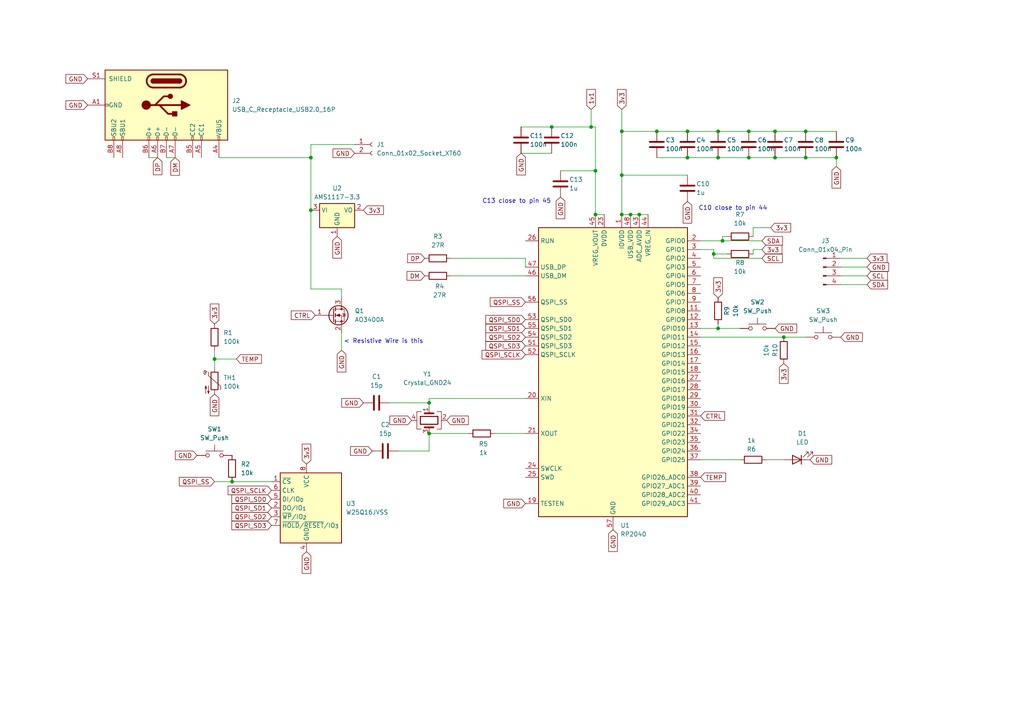
<source format=kicad_sch>
(kicad_sch (version 20250114) (generator "eeschema") (generator_version "9.0")
  (paper "A4")
  (lib_symbols
    (symbol "Connector:Conn_01x02_Socket" (pin_names (offset 1.016) (hide yes))
      (property "Reference" "J" (at 0 2.54 0))
      (property "Value" "Conn_01x02_Socket" (at 0 -5.08 0))
      (symbol "Conn_01x02_Socket_1_1"
        (polyline (pts (xy -1.27 0) (xy -0.508 0)) (stroke (width 0.1524)))
        (polyline (pts (xy -1.27 -2.54) (xy -0.508 -2.54)) (stroke (width 0.1524)))
        (arc (start 0 -0.508) (mid -0.5058 0) (end 0 0.508) (stroke (width 0.1524)))
        (arc (start 0 -3.048) (mid -0.5058 -2.54) (end 0 -2.032) (stroke (width 0.1524)))
        (pin passive line (at -5.08 0 0) (length 3.81) (name "Pin_1") (number "1"))
        (pin passive line (at -5.08 -2.54 0) (length 3.81) (name "Pin_2") (number "2"))
      )
    )
    (symbol "Connector:Conn_01x04_Pin" (pin_names (offset 1.016) (hide yes))
      (property "Reference" "J" (at 0 5.08 0))
      (property "Value" "Conn_01x04_Pin" (at 0 -7.62 0))
      (symbol "Conn_01x04_Pin_1_1"
        (rectangle (start 0.8636 2.667) (end 0 2.413) (stroke (width 0.1524)) (fill (type outline)))
        (rectangle (start 0.8636 0.127) (end 0 -0.127) (stroke (width 0.1524)) (fill (type outline)))
        (rectangle (start 0.8636 -2.413) (end 0 -2.667) (stroke (width 0.1524)) (fill (type outline)))
        (rectangle (start 0.8636 -4.953) (end 0 -5.207) (stroke (width 0.1524)) (fill (type outline)))
        (polyline (pts (xy 1.27 2.54) (xy 0.8636 2.54)) (stroke (width 0.1524)))
        (polyline (pts (xy 1.27 0) (xy 0.8636 0)) (stroke (width 0.1524)))
        (polyline (pts (xy 1.27 -2.54) (xy 0.8636 -2.54)) (stroke (width 0.1524)))
        (polyline (pts (xy 1.27 -5.08) (xy 0.8636 -5.08)) (stroke (width 0.1524)))
        (pin passive line (at 5.08 2.54 180) (length 3.81) (name "Pin_1") (number "1"))
        (pin passive line (at 5.08 0 180) (length 3.81) (name "Pin_2") (number "2"))
        (pin passive line (at 5.08 -2.54 180) (length 3.81) (name "Pin_3") (number "3"))
        (pin passive line (at 5.08 -5.08 180) (length 3.81) (name "Pin_4") (number "4"))
      )
    )
    (symbol "Connector:USB_C_Receptacle_USB2.0_16P" (pin_names (offset 1.016))
      (property "Reference" "J" (at 0 22.225 0))
      (property "Value" "USB_C_Receptacle_USB2.0_16P" (at 0 19.685 0))
      (symbol "USB_C_Receptacle_USB2.0_16P_0_0"
        (rectangle (start -0.254 -17.78) (end 0.254 -16.764))
        (rectangle (start 10.16 15.494) (end 9.144 14.986))
        (rectangle (start 10.16 10.414) (end 9.144 9.906))
        (rectangle (start 10.16 7.874) (end 9.144 7.366))
        (rectangle (start 10.16 2.794) (end 9.144 2.286))
        (rectangle (start 10.16 0.254) (end 9.144 -0.254))
        (rectangle (start 10.16 -2.286) (end 9.144 -2.794))
        (rectangle (start 10.16 -4.826) (end 9.144 -5.334))
        (rectangle (start 10.16 -12.446) (end 9.144 -12.954))
        (rectangle (start 10.16 -14.986) (end 9.144 -15.494))
      )
      (symbol "USB_C_Receptacle_USB2.0_16P_0_1"
        (rectangle (start -10.16 17.78) (end 10.16 -17.78) (stroke (width 0.254)) (fill (type background)))
        (polyline (pts (xy -8.89 -3.81) (xy -8.89 3.81)) (stroke (width 0.508)))
        (rectangle (start -7.62 -3.81) (end -6.35 3.81) (stroke (width 0.254)) (fill (type outline)))
        (arc (start -7.62 3.81) (mid -6.985 4.4423) (end -6.35 3.81) (stroke (width 0.254)))
        (arc (start -7.62 3.81) (mid -6.985 4.4423) (end -6.35 3.81) (stroke (width 0.254)) (fill (type outline)))
        (arc (start -8.89 3.81) (mid -6.985 5.7067) (end -5.08 3.81) (stroke (width 0.508)))
        (arc (start -5.08 -3.81) (mid -6.985 -5.7067) (end -8.89 -3.81) (stroke (width 0.508)))
        (arc (start -6.35 -3.81) (mid -6.985 -4.4423) (end -7.62 -3.81) (stroke (width 0.254)))
        (arc (start -6.35 -3.81) (mid -6.985 -4.4423) (end -7.62 -3.81) (stroke (width 0.254)) (fill (type outline)))
        (polyline (pts (xy -5.08 3.81) (xy -5.08 -3.81)) (stroke (width 0.508)))
        (circle (center -2.54 1.143) (radius 0.635) (stroke (width 0.254)) (fill (type outline)))
        (polyline (pts (xy -1.27 4.318) (xy 0 6.858) (xy 1.27 4.318) (xy -1.27 4.318)) (stroke (width 0.254)) (fill (type outline)))
        (polyline (pts (xy 0 -2.032) (xy 2.54 0.508) (xy 2.54 1.778)) (stroke (width 0.508)))
        (polyline (pts (xy 0 -3.302) (xy -2.54 -0.762) (xy -2.54 0.508)) (stroke (width 0.508)))
        (polyline (pts (xy 0 -5.842) (xy 0 4.318)) (stroke (width 0.508)))
        (circle (center 0 -5.842) (radius 1.27) (fill (type outline)))
        (rectangle (start 1.905 1.778) (end 3.175 3.048) (stroke (width 0.254)) (fill (type outline)))
      )
      (symbol "USB_C_Receptacle_USB2.0_16P_1_1"
        (pin passive line (at -7.62 -22.86 90) (length 5.08) (name "SHIELD") (number "S1"))
        (pin passive line (at 0 -22.86 90) (length 5.08) (name "GND") (number "A1"))
        (pin passive line (at 0 -22.86 90) (length 5.08) (hide yes) (name "GND") (number "A12"))
        (pin passive line (at 0 -22.86 90) (length 5.08) (hide yes) (name "GND") (number "B1"))
        (pin passive line (at 0 -22.86 90) (length 5.08) (hide yes) (name "GND") (number "B12"))
        (pin passive line (at 15.24 15.24 180) (length 5.08) (name "VBUS") (number "A4"))
        (pin passive line (at 15.24 15.24 180) (length 5.08) (hide yes) (name "VBUS") (number "A9"))
        (pin passive line (at 15.24 15.24 180) (length 5.08) (hide yes) (name "VBUS") (number "B4"))
        (pin passive line (at 15.24 15.24 180) (length 5.08) (hide yes) (name "VBUS") (number "B9"))
        (pin bidirectional line (at 15.24 10.16 180) (length 5.08) (name "CC1") (number "A5"))
        (pin bidirectional line (at 15.24 7.62 180) (length 5.08) (name "CC2") (number "B5"))
        (pin bidirectional line (at 15.24 2.54 180) (length 5.08) (name "D-") (number "A7"))
        (pin bidirectional line (at 15.24 0 180) (length 5.08) (name "D-") (number "B7"))
        (pin bidirectional line (at 15.24 -2.54 180) (length 5.08) (name "D+") (number "A6"))
        (pin bidirectional line (at 15.24 -5.08 180) (length 5.08) (name "D+") (number "B6"))
        (pin bidirectional line (at 15.24 -12.7 180) (length 5.08) (name "SBU1") (number "A8"))
        (pin bidirectional line (at 15.24 -15.24 180) (length 5.08) (name "SBU2") (number "B8"))
      )
    )
    (symbol "Device:C" (pin_numbers (hide yes)) (pin_names (offset 0.254))
      (property "Reference" "C" (at 0.635 2.54 0))
      (property "Value" "C" (at 0.635 -2.54 0))
      (symbol "C_0_1"
        (polyline (pts (xy -2.032 0.762) (xy 2.032 0.762)) (stroke (width 0.508)))
        (polyline (pts (xy -2.032 -0.762) (xy 2.032 -0.762)) (stroke (width 0.508)))
      )
      (symbol "C_1_1"
        (pin passive line (at 0 3.81 270) (length 2.794) (name "~") (number "1"))
        (pin passive line (at 0 -3.81 90) (length 2.794) (name "~") (number "2"))
      )
    )
    (symbol "Device:Crystal_GND24" (pin_names (offset 1.016) (hide yes))
      (property "Reference" "Y" (at 3.175 5.08 0))
      (property "Value" "Crystal_GND24" (at 3.175 3.175 0))
      (symbol "Crystal_GND24_0_1"
        (polyline (pts (xy -2.54 2.286) (xy -2.54 3.556) (xy 2.54 3.556) (xy 2.54 2.286)))
        (polyline (pts (xy -2.54 0) (xy -2.032 0)))
        (polyline (pts (xy -2.54 -2.286) (xy -2.54 -3.556) (xy 2.54 -3.556) (xy 2.54 -2.286)))
        (polyline (pts (xy -2.032 -1.27) (xy -2.032 1.27)) (stroke (width 0.508)))
        (rectangle (start -1.143 2.54) (end 1.143 -2.54) (stroke (width 0.3048)))
        (polyline (pts (xy 0 3.556) (xy 0 3.81)))
        (polyline (pts (xy 0 -3.81) (xy 0 -3.556)))
        (polyline (pts (xy 2.032 0) (xy 2.54 0)))
        (polyline (pts (xy 2.032 -1.27) (xy 2.032 1.27)) (stroke (width 0.508)))
      )
      (symbol "Crystal_GND24_1_1"
        (pin passive line (at -3.81 0 0) (length 1.27) (name "1") (number "1"))
        (pin passive line (at 0 5.08 270) (length 1.27) (name "2") (number "2"))
        (pin passive line (at 0 -5.08 90) (length 1.27) (name "4") (number "4"))
        (pin passive line (at 3.81 0 180) (length 1.27) (name "3") (number "3"))
      )
    )
    (symbol "Device:LED" (pin_numbers (hide yes)) (pin_names (offset 1.016) (hide yes))
      (property "Reference" "D" (at 0 2.54 0))
      (property "Value" "LED" (at 0 -2.54 0))
      (symbol "LED_0_1"
        (polyline (pts (xy -3.048 -0.762) (xy -4.572 -2.286) (xy -3.81 -2.286) (xy -4.572 -2.286) (xy -4.572 -1.524)))
        (polyline (pts (xy -1.778 -0.762) (xy -3.302 -2.286) (xy -2.54 -2.286) (xy -3.302 -2.286) (xy -3.302 -1.524)))
        (polyline (pts (xy -1.27 0) (xy 1.27 0)))
        (polyline (pts (xy -1.27 -1.27) (xy -1.27 1.27)) (stroke (width 0.254)))
        (polyline (pts (xy 1.27 -1.27) (xy 1.27 1.27) (xy -1.27 0) (xy 1.27 -1.27)) (stroke (width 0.254)))
      )
      (symbol "LED_1_1"
        (pin passive line (at -3.81 0 0) (length 2.54) (name "K") (number "1"))
        (pin passive line (at 3.81 0 180) (length 2.54) (name "A") (number "2"))
      )
    )
    (symbol "Device:R" (pin_numbers (hide yes)) (pin_names (offset 0))
      (property "Reference" "R" (at 2.032 0 90))
      (property "Value" "R" (at 0 0 90))
      (symbol "R_0_1"
        (rectangle (start -1.016 -2.54) (end 1.016 2.54) (stroke (width 0.254)))
      )
      (symbol "R_1_1"
        (pin passive line (at 0 3.81 270) (length 1.27) (name "~") (number "1"))
        (pin passive line (at 0 -3.81 90) (length 1.27) (name "~") (number "2"))
      )
    )
    (symbol "Device:Thermistor_NTC" (pin_numbers (hide yes)) (pin_names (offset 0))
      (property "Reference" "TH" (at -4.445 0 90))
      (property "Value" "Thermistor_NTC" (at 3.175 0 90))
      (symbol "Thermistor_NTC_0_1"
        (arc (start -3.175 2.413) (mid -3.0506 2.3165) (end -3.048 2.159))
        (arc (start -3.048 2.794) (mid -2.9736 2.9736) (end -2.794 3.048))
        (arc (start -2.794 3.048) (mid -2.6144 2.9736) (end -2.54 2.794))
        (arc (start -2.794 2.54) (mid -2.9736 2.6144) (end -3.048 2.794))
        (arc (start -2.794 1.905) (mid -2.9736 1.9794) (end -3.048 2.159))
        (arc (start -2.54 2.159) (mid -2.6144 1.9794) (end -2.794 1.905))
        (arc (start -2.159 2.794) (mid -2.434 2.5608) (end -2.794 2.54))
        (polyline (pts (xy -2.54 2.159) (xy -2.54 2.794)))
        (polyline (pts (xy -2.54 -3.683) (xy -2.54 -1.397) (xy -2.794 -2.159) (xy -2.286 -2.159) (xy -2.54 -1.397) (xy -2.54 -1.651)) (fill (type outline)))
        (polyline (pts (xy -1.778 2.54) (xy -1.778 1.524) (xy 1.778 -1.524) (xy 1.778 -2.54)))
        (polyline (pts (xy -1.778 -1.397) (xy -1.778 -3.683) (xy -2.032 -2.921) (xy -1.524 -2.921) (xy -1.778 -3.683) (xy -1.778 -3.429)) (fill (type outline)))
        (rectangle (start -1.016 2.54) (end 1.016 -2.54) (stroke (width 0.254)))
      )
      (symbol "Thermistor_NTC_1_1"
        (pin passive line (at 0 3.81 270) (length 1.27) (name "~") (number "1"))
        (pin passive line (at 0 -3.81 90) (length 1.27) (name "~") (number "2"))
      )
    )
    (symbol "MCU_RaspberryPi:RP2040"
      (property "Reference" "U" (at 17.78 45.72 0))
      (property "Value" "RP2040" (at 17.78 43.18 0))
      (symbol "RP2040_0_1"
        (rectangle (start -21.59 41.91) (end 21.59 -41.91) (stroke (width 0.254)) (fill (type background)))
      )
      (symbol "RP2040_1_1"
        (pin input line (at -25.4 38.1 0) (length 3.81) (name "RUN") (number "26"))
        (pin bidirectional line (at -25.4 30.48 0) (length 3.81) (name "USB_DP") (number "47"))
        (pin bidirectional line (at -25.4 27.94 0) (length 3.81) (name "USB_DM") (number "46"))
        (pin bidirectional line (at -25.4 20.32 0) (length 3.81) (name "QSPI_SS") (number "56"))
        (pin bidirectional line (at -25.4 15.24 0) (length 3.81) (name "QSPI_SD0") (number "53"))
        (pin bidirectional line (at -25.4 12.7 0) (length 3.81) (name "QSPI_SD1") (number "55"))
        (pin bidirectional line (at -25.4 10.16 0) (length 3.81) (name "QSPI_SD2") (number "54"))
        (pin bidirectional line (at -25.4 7.62 0) (length 3.81) (name "QSPI_SD3") (number "51"))
        (pin output line (at -25.4 5.08 0) (length 3.81) (name "QSPI_SCLK") (number "52"))
        (pin input line (at -25.4 -7.62 0) (length 3.81) (name "XIN") (number "20"))
        (pin passive line (at -25.4 -17.78 0) (length 3.81) (name "XOUT") (number "21"))
        (pin input line (at -25.4 -27.94 0) (length 3.81) (name "SWCLK") (number "24"))
        (pin bidirectional line (at -25.4 -30.48 0) (length 3.81) (name "SWD") (number "25"))
        (pin input line (at -25.4 -38.1 0) (length 3.81) (name "TESTEN") (number "19"))
        (pin power_out line (at -5.08 45.72 270) (length 3.81) (name "VREG_VOUT") (number "45"))
        (pin power_in line (at -2.54 45.72 270) (length 3.81) (name "DVDD") (number "23"))
        (pin passive line (at -2.54 45.72 270) (length 3.81) (hide yes) (name "DVDD") (number "50"))
        (pin power_in line (at 0 -45.72 90) (length 3.81) (name "GND") (number "57"))
        (pin power_in line (at 2.54 45.72 270) (length 3.81) (name "IOVDD") (number "1"))
        (pin passive line (at 2.54 45.72 270) (length 3.81) (hide yes) (name "IOVDD") (number "10"))
        (pin passive line (at 2.54 45.72 270) (length 3.81) (hide yes) (name "IOVDD") (number "22"))
        (pin passive line (at 2.54 45.72 270) (length 3.81) (hide yes) (name "IOVDD") (number "33"))
        (pin passive line (at 2.54 45.72 270) (length 3.81) (hide yes) (name "IOVDD") (number "42"))
        (pin passive line (at 2.54 45.72 270) (length 3.81) (hide yes) (name "IOVDD") (number "49"))
        (pin power_in line (at 5.08 45.72 270) (length 3.81) (name "USB_VDD") (number "48"))
        (pin power_in line (at 7.62 45.72 270) (length 3.81) (name "ADC_AVDD") (number "43"))
        (pin power_in line (at 10.16 45.72 270) (length 3.81) (name "VREG_IN") (number "44"))
        (pin bidirectional line (at 25.4 38.1 180) (length 3.81) (name "GPIO0") (number "2"))
        (pin bidirectional line (at 25.4 35.56 180) (length 3.81) (name "GPIO1") (number "3"))
        (pin bidirectional line (at 25.4 33.02 180) (length 3.81) (name "GPIO2") (number "4"))
        (pin bidirectional line (at 25.4 30.48 180) (length 3.81) (name "GPIO3") (number "5"))
        (pin bidirectional line (at 25.4 27.94 180) (length 3.81) (name "GPIO4") (number "6"))
        (pin bidirectional line (at 25.4 25.4 180) (length 3.81) (name "GPIO5") (number "7"))
        (pin bidirectional line (at 25.4 22.86 180) (length 3.81) (name "GPIO6") (number "8"))
        (pin bidirectional line (at 25.4 20.32 180) (length 3.81) (name "GPIO7") (number "9"))
        (pin bidirectional line (at 25.4 17.78 180) (length 3.81) (name "GPIO8") (number "11"))
        (pin bidirectional line (at 25.4 15.24 180) (length 3.81) (name "GPIO9") (number "12"))
        (pin bidirectional line (at 25.4 12.7 180) (length 3.81) (name "GPIO10") (number "13"))
        (pin bidirectional line (at 25.4 10.16 180) (length 3.81) (name "GPIO11") (number "14"))
        (pin bidirectional line (at 25.4 7.62 180) (length 3.81) (name "GPIO12") (number "15"))
        (pin bidirectional line (at 25.4 5.08 180) (length 3.81) (name "GPIO13") (number "16"))
        (pin bidirectional line (at 25.4 2.54 180) (length 3.81) (name "GPIO14") (number "17"))
        (pin bidirectional line (at 25.4 0 180) (length 3.81) (name "GPIO15") (number "18"))
        (pin bidirectional line (at 25.4 -2.54 180) (length 3.81) (name "GPIO16") (number "27"))
        (pin bidirectional line (at 25.4 -5.08 180) (length 3.81) (name "GPIO17") (number "28"))
        (pin bidirectional line (at 25.4 -7.62 180) (length 3.81) (name "GPIO18") (number "29"))
        (pin bidirectional line (at 25.4 -10.16 180) (length 3.81) (name "GPIO19") (number "30"))
        (pin bidirectional line (at 25.4 -12.7 180) (length 3.81) (name "GPIO20") (number "31"))
        (pin bidirectional line (at 25.4 -15.24 180) (length 3.81) (name "GPIO21") (number "32"))
        (pin bidirectional line (at 25.4 -17.78 180) (length 3.81) (name "GPIO22") (number "34"))
        (pin bidirectional line (at 25.4 -20.32 180) (length 3.81) (name "GPIO23") (number "35"))
        (pin bidirectional line (at 25.4 -22.86 180) (length 3.81) (name "GPIO24") (number "36"))
        (pin bidirectional line (at 25.4 -25.4 180) (length 3.81) (name "GPIO25") (number "37"))
        (pin bidirectional line (at 25.4 -30.48 180) (length 3.81) (name "GPIO26_ADC0") (number "38"))
        (pin bidirectional line (at 25.4 -33.02 180) (length 3.81) (name "GPIO27_ADC1") (number "39"))
        (pin bidirectional line (at 25.4 -35.56 180) (length 3.81) (name "GPIO28_ADC2") (number "40"))
        (pin bidirectional line (at 25.4 -38.1 180) (length 3.81) (name "GPIO29_ADC3") (number "41"))
      )
    )
    (symbol "Memory_Flash:W25Q16JVSS"
      (property "Reference" "U" (at -6.35 11.43 0))
      (property "Value" "W25Q16JVSS" (at 7.62 11.43 0))
      (symbol "W25Q16JVSS_0_1"
        (rectangle (start -7.62 10.16) (end 10.16 -10.16) (stroke (width 0.254)) (fill (type background)))
      )
      (symbol "W25Q16JVSS_1_1"
        (pin input line (at -10.16 7.62 0) (length 2.54) (name "~{CS}") (number "1"))
        (pin input line (at -10.16 5.08 0) (length 2.54) (name "CLK") (number "6"))
        (pin bidirectional line (at -10.16 2.54 0) (length 2.54) (name "DI/IO_{0}") (number "5"))
        (pin bidirectional line (at -10.16 0 0) (length 2.54) (name "DO/IO_{1}") (number "2"))
        (pin bidirectional line (at -10.16 -2.54 0) (length 2.54) (name "~{WP}/IO_{2}") (number "3"))
        (pin bidirectional line (at -10.16 -5.08 0) (length 2.54) (name "~{HOLD}/~{RESET}/IO_{3}") (number "7"))
        (pin power_in line (at 0 12.7 270) (length 2.54) (name "VCC") (number "8"))
        (pin power_in line (at 0 -12.7 90) (length 2.54) (name "GND") (number "4"))
      )
    )
    (symbol "Regulator_Linear:AMS1117-3.3"
      (property "Reference" "U" (at -3.81 3.175 0))
      (property "Value" "AMS1117-3.3" (at 0 3.175 0))
      (symbol "AMS1117-3.3_0_1"
        (rectangle (start -5.08 -5.08) (end 5.08 1.905) (stroke (width 0.254)) (fill (type background)))
      )
      (symbol "AMS1117-3.3_1_1"
        (pin power_in line (at -7.62 0 0) (length 2.54) (name "VI") (number "3"))
        (pin power_in line (at 0 -7.62 90) (length 2.54) (name "GND") (number "1"))
        (pin power_out line (at 7.62 0 180) (length 2.54) (name "VO") (number "2"))
      )
    )
    (symbol "Switch:SW_Push" (pin_numbers (hide yes)) (pin_names (offset 1.016) (hide yes))
      (property "Reference" "SW" (at 1.27 2.54 0))
      (property "Value" "SW_Push" (at 0 -1.524 0))
      (symbol "SW_Push_0_1"
        (circle (center -2.032 0) (radius 0.508))
        (polyline (pts (xy 0 1.27) (xy 0 3.048)))
        (circle (center 2.032 0) (radius 0.508))
        (polyline (pts (xy 2.54 1.27) (xy -2.54 1.27)))
        (pin passive line (at -5.08 0 0) (length 2.54) (name "1") (number "1"))
        (pin passive line (at 5.08 0 180) (length 2.54) (name "2") (number "2"))
      )
    )
    (symbol "Transistor_FET:AO3400A" (pin_names (hide yes))
      (property "Reference" "Q" (at 5.08 1.905 0))
      (property "Value" "AO3400A" (at 5.08 0 0))
      (symbol "AO3400A_0_1"
        (polyline (pts (xy 0.254 1.905) (xy 0.254 -1.905)) (stroke (width 0.254)))
        (polyline (pts (xy 0.254 0) (xy -2.54 0)))
        (polyline (pts (xy 0.762 2.286) (xy 0.762 1.27)) (stroke (width 0.254)))
        (polyline (pts (xy 0.762 0.508) (xy 0.762 -0.508)) (stroke (width 0.254)))
        (polyline (pts (xy 0.762 -1.27) (xy 0.762 -2.286)) (stroke (width 0.254)))
        (polyline (pts (xy 0.762 -1.778) (xy 3.302 -1.778) (xy 3.302 1.778) (xy 0.762 1.778)))
        (polyline (pts (xy 1.016 0) (xy 2.032 0.381) (xy 2.032 -0.381) (xy 1.016 0)) (fill (type outline)))
        (circle (center 1.651 0) (radius 2.794) (stroke (width 0.254)))
        (polyline (pts (xy 2.54 2.54) (xy 2.54 1.778)))
        (circle (center 2.54 1.778) (radius 0.254) (fill (type outline)))
        (circle (center 2.54 -1.778) (radius 0.254) (fill (type outline)))
        (polyline (pts (xy 2.54 -2.54) (xy 2.54 0) (xy 0.762 0)))
        (polyline (pts (xy 2.794 0.508) (xy 2.921 0.381) (xy 3.683 0.381) (xy 3.81 0.254)))
        (polyline (pts (xy 3.302 0.381) (xy 2.921 -0.254) (xy 3.683 -0.254) (xy 3.302 0.381)))
      )
      (symbol "AO3400A_1_1"
        (pin input line (at -5.08 0 0) (length 2.54) (name "G") (number "1"))
        (pin passive line (at 2.54 5.08 270) (length 2.54) (name "D") (number "3"))
        (pin passive line (at 2.54 -5.08 90) (length 2.54) (name "S") (number "2"))
      )
    )
  )
  (text "C13 close to pin 45\n" (at 149.86 58.42 0) (effects (font (size 1.27 1.27))))
  (text "C10 close to pin 44\n" (at 212.598 60.452 0) (effects (font (size 1.27 1.27))))
  (text "< Resistive Wire is this" (at 111.252 99.06 0) (effects (font (size 1.27 1.27))))
  (junction (at 90.17 45.72))
  (junction (at 180.34 62.23))
  (junction (at 124.46 125.73))
  (junction (at 180.34 38.1))
  (junction (at 233.68 38.1))
  (junction (at 172.72 62.23))
  (junction (at 217.17 38.1))
  (junction (at 180.34 50.8))
  (junction (at 90.17 60.96))
  (junction (at 207.01 73.66))
  (junction (at 67.31 139.7))
  (junction (at 208.28 38.1))
  (junction (at 62.23 104.14))
  (junction (at 199.39 38.1))
  (junction (at 124.46 116.84))
  (junction (at 185.42 62.23))
  (junction (at 208.28 45.72))
  (junction (at 182.88 62.23))
  (junction (at 208.28 95.25))
  (junction (at 171.45 36.83))
  (junction (at 160.02 36.83))
  (junction (at 190.5 38.1))
  (junction (at 217.17 45.72))
  (junction (at 172.72 49.53))
  (junction (at 209.55 69.85))
  (junction (at 242.57 45.72))
  (junction (at 227.33 97.79))
  (junction (at 224.79 38.1))
  (junction (at 224.79 45.72))
  (junction (at 233.68 45.72))
  (junction (at 199.39 45.72))
  (wire (pts (xy 243.84 77.47) (xy 251.46 77.47)))
  (wire (pts (xy 135.89 125.73) (xy 124.46 125.73)))
  (wire (pts (xy 160.02 36.83) (xy 171.45 36.83)))
  (wire (pts (xy 180.34 50.8) (xy 180.34 62.23)))
  (wire (pts (xy 185.42 62.23) (xy 187.96 62.23)))
  (wire (pts (xy 203.2 97.79) (xy 227.33 97.79)))
  (wire (pts (xy 62.23 101.6) (xy 62.23 104.14)))
  (wire (pts (xy 124.46 125.73) (xy 124.46 130.81)))
  (wire (pts (xy 190.5 38.1) (xy 199.39 38.1)))
  (wire (pts (xy 207.01 74.93) (xy 207.01 73.66)))
  (wire (pts (xy 180.34 38.1) (xy 180.34 50.8)))
  (wire (pts (xy 224.79 45.72) (xy 233.68 45.72)))
  (wire (pts (xy 207.01 72.39) (xy 203.2 72.39)))
  (wire (pts (xy 62.23 104.14) (xy 68.58 104.14)))
  (wire (pts (xy 203.2 95.25) (xy 208.28 95.25)))
  (wire (pts (xy 151.13 36.83) (xy 160.02 36.83)))
  (wire (pts (xy 190.5 45.72) (xy 199.39 45.72)))
  (wire (pts (xy 180.34 38.1) (xy 190.5 38.1)))
  (wire (pts (xy 172.72 62.23) (xy 175.26 62.23)))
  (wire (pts (xy 242.57 45.72) (xy 242.57 48.26)))
  (wire (pts (xy 217.17 38.1) (xy 224.79 38.1)))
  (wire (pts (xy 243.84 74.93) (xy 251.46 74.93)))
  (wire (pts (xy 151.13 44.45) (xy 160.02 44.45)))
  (wire (pts (xy 209.55 69.85) (xy 203.2 69.85)))
  (wire (pts (xy 203.2 133.35) (xy 214.63 133.35)))
  (wire (pts (xy 99.06 83.82) (xy 99.06 86.36)))
  (wire (pts (xy 124.46 116.84) (xy 124.46 115.57)))
  (wire (pts (xy 90.17 45.72) (xy 90.17 60.96)))
  (wire (pts (xy 102.87 41.91) (xy 90.17 41.91)))
  (wire (pts (xy 207.01 73.66) (xy 210.82 73.66)))
  (wire (pts (xy 152.4 74.93) (xy 152.4 77.47)))
  (wire (pts (xy 180.34 62.23) (xy 182.88 62.23)))
  (wire (pts (xy 220.98 69.85) (xy 209.55 69.85)))
  (wire (pts (xy 172.72 49.53) (xy 172.72 62.23)))
  (wire (pts (xy 124.46 115.57) (xy 152.4 115.57)))
  (wire (pts (xy 243.84 80.01) (xy 251.46 80.01)))
  (wire (pts (xy 113.03 116.84) (xy 124.46 116.84)))
  (wire (pts (xy 62.23 139.7) (xy 67.31 139.7)))
  (wire (pts (xy 182.88 62.23) (xy 185.42 62.23)))
  (wire (pts (xy 90.17 60.96) (xy 90.17 83.82)))
  (wire (pts (xy 208.28 93.98) (xy 208.28 95.25)))
  (wire (pts (xy 67.31 139.7) (xy 78.74 139.7)))
  (wire (pts (xy 210.82 68.58) (xy 209.55 68.58)))
  (wire (pts (xy 218.44 72.39) (xy 218.44 73.66)))
  (wire (pts (xy 208.28 45.72) (xy 217.17 45.72)))
  (wire (pts (xy 223.52 66.04) (xy 218.44 66.04)))
  (wire (pts (xy 222.25 133.35) (xy 227.33 133.35)))
  (wire (pts (xy 172.72 36.83) (xy 172.72 49.53)))
  (wire (pts (xy 224.79 38.1) (xy 233.68 38.1)))
  (wire (pts (xy 130.81 80.01) (xy 152.4 80.01)))
  (wire (pts (xy 63.5 45.72) (xy 90.17 45.72)))
  (wire (pts (xy 220.98 74.93) (xy 207.01 74.93)))
  (wire (pts (xy 209.55 68.58) (xy 209.55 69.85)))
  (wire (pts (xy 62.23 104.14) (xy 62.23 106.68)))
  (wire (pts (xy 233.68 38.1) (xy 242.57 38.1)))
  (wire (pts (xy 143.51 125.73) (xy 152.4 125.73)))
  (wire (pts (xy 90.17 83.82) (xy 99.06 83.82)))
  (wire (pts (xy 233.68 45.72) (xy 242.57 45.72)))
  (wire (pts (xy 217.17 45.72) (xy 224.79 45.72)))
  (wire (pts (xy 199.39 45.72) (xy 208.28 45.72)))
  (wire (pts (xy 218.44 66.04) (xy 218.44 68.58)))
  (wire (pts (xy 180.34 31.75) (xy 180.34 38.1)))
  (wire (pts (xy 162.56 49.53) (xy 172.72 49.53)))
  (wire (pts (xy 99.06 96.52) (xy 99.06 101.6)))
  (wire (pts (xy 208.28 95.25) (xy 214.63 95.25)))
  (wire (pts (xy 208.28 38.1) (xy 217.17 38.1)))
  (wire (pts (xy 243.84 82.55) (xy 251.46 82.55)))
  (wire (pts (xy 171.45 36.83) (xy 172.72 36.83)))
  (wire (pts (xy 227.33 97.79) (xy 233.68 97.79)))
  (wire (pts (xy 48.26 45.72) (xy 50.8 45.72)))
  (wire (pts (xy 130.81 74.93) (xy 152.4 74.93)))
  (wire (pts (xy 199.39 38.1) (xy 208.28 38.1)))
  (wire (pts (xy 207.01 73.66) (xy 207.01 72.39)))
  (wire (pts (xy 124.46 116.84) (xy 124.46 118.11)))
  (wire (pts (xy 43.18 45.72) (xy 45.72 45.72)))
  (wire (pts (xy 124.46 130.81) (xy 115.57 130.81)))
  (wire (pts (xy 180.34 50.8) (xy 199.39 50.8)))
  (wire (pts (xy 220.98 72.39) (xy 218.44 72.39)))
  (wire (pts (xy 171.45 31.75) (xy 171.45 36.83)))
  (wire (pts (xy 90.17 41.91) (xy 90.17 45.72)))
  (global_label "GND" (shape input) (at 151.13 44.45 270) (property "Intersheetrefs" "${INTERSHEET_REFS}" (effects (hide yes))))
  (global_label "GND" (shape input) (at 119.38 121.92 180) (property "Intersheetrefs" "${INTERSHEET_REFS}" (effects (hide yes))))
  (global_label "DP" (shape input) (at 123.19 74.93 180) (property "Intersheetrefs" "${INTERSHEET_REFS}" (effects (hide yes))))
  (global_label "TEMP" (shape input) (at 203.2 138.43 0) (property "Intersheetrefs" "${INTERSHEET_REFS}" (effects (hide yes))))
  (global_label "3v3" (shape input) (at 62.23 93.98 90) (property "Intersheetrefs" "${INTERSHEET_REFS}" (effects (hide yes))))
  (global_label "GND" (shape input) (at 162.56 57.15 270) (property "Intersheetrefs" "${INTERSHEET_REFS}" (effects (hide yes))))
  (global_label "GND" (shape input) (at 152.4 146.05 180) (property "Intersheetrefs" "${INTERSHEET_REFS}" (effects (hide yes))))
  (global_label "DM" (shape input) (at 50.8 45.72 270) (property "Intersheetrefs" "${INTERSHEET_REFS}" (effects (hide yes))))
  (global_label "QSPI_SD1" (shape input) (at 78.74 147.32 180) (property "Intersheetrefs" "${INTERSHEET_REFS}" (effects (hide yes))))
  (global_label "QSPI_SD2" (shape input) (at 152.4 97.79 180) (property "Intersheetrefs" "${INTERSHEET_REFS}" (effects (hide yes))))
  (global_label "QSPI_SD0" (shape input) (at 152.4 92.71 180) (property "Intersheetrefs" "${INTERSHEET_REFS}" (effects (hide yes))))
  (global_label "QSPI_SD0" (shape input) (at 78.74 144.78 180) (property "Intersheetrefs" "${INTERSHEET_REFS}" (effects (hide yes))))
  (global_label "DP" (shape input) (at 45.72 45.72 270) (property "Intersheetrefs" "${INTERSHEET_REFS}" (effects (hide yes))))
  (global_label "GND" (shape input) (at 62.23 114.3 270) (property "Intersheetrefs" "${INTERSHEET_REFS}" (effects (hide yes))))
  (global_label "GND" (shape input) (at 25.4 30.48 180) (property "Intersheetrefs" "${INTERSHEET_REFS}" (effects (hide yes))))
  (global_label "QSPI_SD2" (shape input) (at 78.74 149.86 180) (property "Intersheetrefs" "${INTERSHEET_REFS}" (effects (hide yes))))
  (global_label "SCL" (shape input) (at 220.98 74.93 0) (property "Intersheetrefs" "${INTERSHEET_REFS}" (effects (hide yes))))
  (global_label "GND" (shape input) (at 107.95 130.81 180) (property "Intersheetrefs" "${INTERSHEET_REFS}" (effects (hide yes))))
  (global_label "SCL" (shape input) (at 251.46 80.01 0) (property "Intersheetrefs" "${INTERSHEET_REFS}" (effects (hide yes))))
  (global_label "QSPI_SD3" (shape input) (at 78.74 152.4 180) (property "Intersheetrefs" "${INTERSHEET_REFS}" (effects (hide yes))))
  (global_label "QSPI_SCLK" (shape input) (at 78.74 142.24 180) (property "Intersheetrefs" "${INTERSHEET_REFS}" (effects (hide yes))))
  (global_label "GND" (shape input) (at 102.87 44.45 180) (property "Intersheetrefs" "${INTERSHEET_REFS}" (effects (hide yes))))
  (global_label "QSPI_SD1" (shape input) (at 152.4 95.25 180) (property "Intersheetrefs" "${INTERSHEET_REFS}" (effects (hide yes))))
  (global_label "QSPI_SCLK" (shape input) (at 152.4 102.87 180) (property "Intersheetrefs" "${INTERSHEET_REFS}" (effects (hide yes))))
  (global_label "GND" (shape input) (at 177.8 153.67 270) (property "Intersheetrefs" "${INTERSHEET_REFS}" (effects (hide yes))))
  (global_label "3v3" (shape input) (at 227.33 105.41 270) (property "Intersheetrefs" "${INTERSHEET_REFS}" (effects (hide yes))))
  (global_label "QSPI_SD3" (shape input) (at 152.4 100.33 180) (property "Intersheetrefs" "${INTERSHEET_REFS}" (effects (hide yes))))
  (global_label "3v3" (shape input) (at 251.46 74.93 0) (property "Intersheetrefs" "${INTERSHEET_REFS}" (effects (hide yes))))
  (global_label "3v3" (shape input) (at 88.9 134.62 90) (property "Intersheetrefs" "${INTERSHEET_REFS}" (effects (hide yes))))
  (global_label "QSPI_SS" (shape input) (at 152.4 87.63 180) (property "Intersheetrefs" "${INTERSHEET_REFS}" (effects (hide yes))))
  (global_label "1v1" (shape input) (at 171.45 31.75 90) (property "Intersheetrefs" "${INTERSHEET_REFS}" (effects (hide yes))))
  (global_label "CTRL" (shape input) (at 203.2 120.65 0) (property "Intersheetrefs" "${INTERSHEET_REFS}" (effects (hide yes))))
  (global_label "GND" (shape input) (at 129.54 121.92 0) (property "Intersheetrefs" "${INTERSHEET_REFS}" (effects (hide yes))))
  (global_label "GND" (shape input) (at 243.84 97.79 0) (property "Intersheetrefs" "${INTERSHEET_REFS}" (effects (hide yes))))
  (global_label "3v3" (shape input) (at 105.41 60.96 0) (property "Intersheetrefs" "${INTERSHEET_REFS}" (effects (hide yes))))
  (global_label "GND" (shape input) (at 57.15 132.08 180) (property "Intersheetrefs" "${INTERSHEET_REFS}" (effects (hide yes))))
  (global_label "3v3" (shape input) (at 208.28 86.36 90) (property "Intersheetrefs" "${INTERSHEET_REFS}" (effects (hide yes))))
  (global_label "GND" (shape input) (at 97.79 68.58 270) (property "Intersheetrefs" "${INTERSHEET_REFS}" (effects (hide yes))))
  (global_label "GND" (shape input) (at 25.4 22.86 180) (property "Intersheetrefs" "${INTERSHEET_REFS}" (effects (hide yes))))
  (global_label "3v3" (shape input) (at 223.52 66.04 0) (property "Intersheetrefs" "${INTERSHEET_REFS}" (effects (hide yes))))
  (global_label "GND" (shape input) (at 105.41 116.84 180) (property "Intersheetrefs" "${INTERSHEET_REFS}" (effects (hide yes))))
  (global_label "GND" (shape input) (at 242.57 48.26 270) (property "Intersheetrefs" "${INTERSHEET_REFS}" (effects (hide yes))))
  (global_label "3v3" (shape input) (at 220.98 72.39 0) (property "Intersheetrefs" "${INTERSHEET_REFS}" (effects (hide yes))))
  (global_label "3v3" (shape input) (at 180.34 31.75 90) (property "Intersheetrefs" "${INTERSHEET_REFS}" (effects (hide yes))))
  (global_label "TEMP" (shape input) (at 68.58 104.14 0) (property "Intersheetrefs" "${INTERSHEET_REFS}" (effects (hide yes))))
  (global_label "CTRL" (shape input) (at 91.44 91.44 180) (property "Intersheetrefs" "${INTERSHEET_REFS}" (effects (hide yes))))
  (global_label "GND" (shape input) (at 251.46 77.47 0) (property "Intersheetrefs" "${INTERSHEET_REFS}" (effects (hide yes))))
  (global_label "GND" (shape input) (at 234.95 133.35 0) (property "Intersheetrefs" "${INTERSHEET_REFS}" (effects (hide yes))))
  (global_label "SDA" (shape input) (at 251.46 82.55 0) (property "Intersheetrefs" "${INTERSHEET_REFS}" (effects (hide yes))))
  (global_label "QSPI_SS" (shape input) (at 62.23 139.7 180) (property "Intersheetrefs" "${INTERSHEET_REFS}" (effects (hide yes))))
  (global_label "GND" (shape input) (at 88.9 160.02 270) (property "Intersheetrefs" "${INTERSHEET_REFS}" (effects (hide yes))))
  (global_label "GND" (shape input) (at 99.06 101.6 270) (property "Intersheetrefs" "${INTERSHEET_REFS}" (effects (hide yes))))
  (global_label "SDA" (shape input) (at 220.98 69.85 0) (property "Intersheetrefs" "${INTERSHEET_REFS}" (effects (hide yes))))
  (global_label "GND" (shape input) (at 224.79 95.25 0) (property "Intersheetrefs" "${INTERSHEET_REFS}" (effects (hide yes))))
  (global_label "GND" (shape input) (at 199.39 58.42 270) (property "Intersheetrefs" "${INTERSHEET_REFS}" (effects (hide yes))))
  (global_label "DM" (shape input) (at 123.19 80.01 180) (property "Intersheetrefs" "${INTERSHEET_REFS}" (effects (hide yes))))
  (symbol (lib_id "Switch:SW_Push") (at 238.76 97.79 0) (unit 1)
    (property "Reference" "SW3" (at 238.76 90.17 0))
    (property "Value" "SW_Push" (at 238.76 92.71 0))
    (property "Description" "Push button switch, generic, two pins" (effects (hide yes)))
  )
  (symbol (lib_id "Device:R") (at 208.28 90.17 180) (unit 1)
    (property "Reference" "R9" (at 210.82 90.17 90))
    (property "Value" "10k" (at 213.36 90.17 90))
    (property "Description" "Resistor" (effects (hide yes)))
  )
  (symbol (lib_id "Connector:Conn_01x02_Socket") (at 107.95 41.91 0) (unit 1)
    (property "Reference" "J1" (at 109.22 41.9099 0) (effects (justify left)))
    (property "Value" "Conn_01x02_Socket_XT60" (at 109.22 44.4499 0) (effects (justify left)))
    (property "Description" "Generic connector, single row, 01x02, script generated" (effects (hide yes)))
  )
  (symbol (lib_id "Device:R") (at 214.63 68.58 90) (unit 1)
    (property "Reference" "R7" (at 214.63 62.23 90))
    (property "Value" "10k" (at 214.63 64.77 90))
    (property "Description" "Resistor" (effects (hide yes)))
  )
  (symbol (lib_id "Device:C") (at 217.17 41.91 180) (unit 1)
    (property "Reference" "C6" (at 219.71 40.64 0) (effects (justify right)))
    (property "Value" "100n" (at 219.71 43.18 0) (effects (justify right)))
    (property "Description" "Unpolarized capacitor" (effects (hide yes)))
  )
  (symbol (lib_id "Connector:USB_C_Receptacle_USB2.0_16P") (at 48.26 30.48 270) (unit 1)
    (property "Reference" "J2" (at 67.31 29.2099 90) (effects (justify left)))
    (property "Value" "USB_C_Receptacle_USB2.0_16P" (at 67.31 31.7499 90) (effects (justify left)))
    (property "Datasheet" "https://www.usb.org/sites/default/files/documents/usb_type-c.zip" (effects (hide yes)))
    (property "Description" "USB 2.0-only 16P Type-C Receptacle connector" (effects (hide yes)))
  )
  (symbol (lib_id "Device:C") (at 151.13 40.64 180) (unit 1)
    (property "Reference" "C11" (at 153.67 39.37 0) (effects (justify right)))
    (property "Value" "100n" (at 153.67 41.91 0) (effects (justify right)))
    (property "Description" "Unpolarized capacitor" (effects (hide yes)))
  )
  (symbol (lib_id "Device:C") (at 160.02 40.64 180) (unit 1)
    (property "Reference" "C12" (at 162.56 39.37 0) (effects (justify right)))
    (property "Value" "100n" (at 162.56 41.91 0) (effects (justify right)))
    (property "Description" "Unpolarized capacitor" (effects (hide yes)))
  )
  (symbol (lib_id "Connector:Conn_01x04_Pin") (at 238.76 77.47 0) (unit 1)
    (property "Reference" "J3" (at 239.395 69.85 0))
    (property "Value" "Conn_01x04_Pin" (at 239.395 72.39 0))
    (property "Description" "Generic connector, single row, 01x04, script generated" (effects (hide yes)))
  )
  (symbol (lib_id "Device:Crystal_GND24") (at 124.46 121.92 270) (unit 1)
    (property "Reference" "Y1" (at 123.952 108.458 90))
    (property "Value" "Crystal_GND24" (at 123.952 110.998 90))
    (property "Description" "Four pin crystal, GND on pins 2 and 4" (effects (hide yes)))
  )
  (symbol (lib_id "Regulator_Linear:AMS1117-3.3") (at 97.79 60.96 0) (unit 1)
    (property "Reference" "U2" (at 97.79 54.61 0))
    (property "Value" "AMS1117-3.3" (at 97.79 57.15 0))
    (property "Footprint" "Package_TO_SOT_SMD:SOT-223-3_TabPin2" (effects (hide yes)))
    (property "Datasheet" "http://www.advanced-monolithic.com/pdf/ds1117.pdf" (effects (hide yes)))
    (property "Description" "1A Low Dropout regulator, positive, 3.3V fixed output, SOT-223" (effects (hide yes)))
  )
  (symbol (lib_id "Device:C") (at 199.39 41.91 180) (unit 1)
    (property "Reference" "C4" (at 201.93 40.64 0) (effects (justify right)))
    (property "Value" "100n" (at 201.93 43.18 0) (effects (justify right)))
    (property "Description" "Unpolarized capacitor" (effects (hide yes)))
  )
  (symbol (lib_id "Device:C") (at 111.76 130.81 90) (unit 1)
    (property "Reference" "C2" (at 111.76 123.19 90))
    (property "Value" "15p" (at 111.76 125.73 90))
    (property "Description" "Unpolarized capacitor" (effects (hide yes)))
  )
  (symbol (lib_id "MCU_RaspberryPi:RP2040") (at 177.8 107.95 0) (unit 1)
    (property "Reference" "U1" (at 179.9433 152.4 0) (effects (justify left)))
    (property "Value" "RP2040" (at 179.9433 154.94 0) (effects (justify left)))
    (property "Footprint" "Package_DFN_QFN:QFN-56-1EP_7x7mm_P0.4mm_EP3.2x3.2mm" (effects (hide yes)))
    (property "Datasheet" "https://datasheets.raspberrypi.com/rp2040/rp2040-datasheet.pdf" (effects (hide yes)))
    (property "Description" "A microcontroller by Raspberry Pi" (effects (hide yes)))
  )
  (symbol (lib_id "Device:C") (at 233.68 41.91 180) (unit 1)
    (property "Reference" "C8" (at 236.22 40.64 0) (effects (justify right)))
    (property "Value" "100n" (at 236.22 43.18 0) (effects (justify right)))
    (property "Description" "Unpolarized capacitor" (effects (hide yes)))
  )
  (symbol (lib_id "Transistor_FET:AO3400A") (at 96.52 91.44 0) (unit 1)
    (property "Reference" "Q1" (at 102.87 90.1699 0) (effects (justify left)))
    (property "Value" "AO3400A" (at 102.87 92.7099 0) (effects (justify left)))
    (property "Footprint" "Package_TO_SOT_SMD:SOT-23" (effects (hide yes)))
    (property "Datasheet" "http://www.aosmd.com/pdfs/datasheet/AO3400A.pdf" (effects (hide yes)))
    (property "Description" "30V Vds, 5.7A Id, N-Channel MOSFET, SOT-23" (effects (hide yes)))
  )
  (symbol (lib_id "Device:C") (at 224.79 41.91 180) (unit 1)
    (property "Reference" "C7" (at 227.33 40.64 0) (effects (justify right)))
    (property "Value" "100n" (at 227.33 43.18 0) (effects (justify right)))
    (property "Description" "Unpolarized capacitor" (effects (hide yes)))
  )
  (symbol (lib_id "Device:R") (at 67.31 135.89 0) (unit 1)
    (property "Reference" "R2" (at 69.85 134.6199 0) (effects (justify left)))
    (property "Value" "10k" (at 69.85 137.1599 0) (effects (justify left)))
    (property "Description" "Resistor" (effects (hide yes)))
  )
  (symbol (lib_id "Device:R") (at 127 80.01 90) (unit 1)
    (property "Reference" "R4" (at 127.508 83.058 90))
    (property "Value" "27R" (at 127.508 85.598 90))
    (property "Description" "Resistor" (effects (hide yes)))
  )
  (symbol (lib_id "Device:Thermistor_NTC") (at 62.23 110.49 0) (unit 1)
    (property "Reference" "TH1" (at 64.77 109.5374 0) (effects (justify left)))
    (property "Value" "100k" (at 64.77 112.0774 0) (effects (justify left)))
    (property "Description" "Temperature dependent resistor, negative temperature coefficient" (effects (hide yes)))
  )
  (symbol (lib_id "Device:C") (at 208.28 41.91 180) (unit 1)
    (property "Reference" "C5" (at 210.82 40.64 0) (effects (justify right)))
    (property "Value" "100n" (at 210.82 43.18 0) (effects (justify right)))
    (property "Description" "Unpolarized capacitor" (effects (hide yes)))
  )
  (symbol (lib_id "Memory_Flash:W25Q16JVSS") (at 88.9 147.32 0) (unit 1)
    (property "Reference" "U3" (at 100.33 146.0499 0) (effects (justify left)))
    (property "Value" "W25Q16JVSS" (at 100.33 148.5899 0) (effects (justify left)))
    (property "Footprint" "Package_SO:SOIC-8_5.3x5.3mm_P1.27mm" (effects (hide yes)))
    (property "Datasheet" "https://www.winbond.com/hq/support/documentation/levelOne.jsp?__locale=en&DocNo=DA00-W25Q16JV.1" (effects (hide yes)))
    (property "Description" "16Mbit / 2MiB Serial Flash Memory, Standard/Dual/Quad SPI, 2.7-3.6V, SOIC-8 (208 mil)" (effects (hide yes)))
  )
  (symbol (lib_id "Device:C") (at 162.56 53.34 180) (unit 1)
    (property "Reference" "C13" (at 165.1 52.07 0) (effects (justify right)))
    (property "Value" "1u" (at 165.1 54.61 0) (effects (justify right)))
    (property "Description" "Unpolarized capacitor" (effects (hide yes)))
  )
  (symbol (lib_id "Device:R") (at 139.7 125.73 90) (unit 1)
    (property "Reference" "R5" (at 140.208 128.778 90))
    (property "Value" "1k" (at 140.208 131.318 90))
    (property "Description" "Resistor" (effects (hide yes)))
  )
  (symbol (lib_id "Switch:SW_Push") (at 219.71 95.25 0) (unit 1)
    (property "Reference" "SW2" (at 219.71 87.63 0))
    (property "Value" "SW_Push" (at 219.71 90.17 0))
    (property "Description" "Push button switch, generic, two pins" (effects (hide yes)))
  )
  (symbol (lib_id "Device:R") (at 127 74.93 90) (unit 1)
    (property "Reference" "R3" (at 127 68.58 90))
    (property "Value" "27R" (at 127 71.12 90))
    (property "Description" "Resistor" (effects (hide yes)))
  )
  (symbol (lib_id "Device:LED") (at 231.14 133.35 180) (unit 1)
    (property "Reference" "D1" (at 232.7275 125.73 0))
    (property "Value" "LED" (at 232.7275 128.27 0))
    (property "Description" "Light emitting diode" (effects (hide yes)))
    (property "Sim.Pins" "1=K 2=A" (effects (hide yes)))
  )
  (symbol (lib_id "Device:C") (at 190.5 41.91 180) (unit 1)
    (property "Reference" "C3" (at 193.04 40.64 0) (effects (justify right)))
    (property "Value" "100n" (at 193.04 43.18 0) (effects (justify right)))
    (property "Description" "Unpolarized capacitor" (effects (hide yes)))
  )
  (symbol (lib_id "Device:R") (at 227.33 101.6 0) (unit 1)
    (property "Reference" "R10" (at 224.79 101.6 90))
    (property "Value" "10k" (at 222.25 101.6 90))
    (property "Description" "Resistor" (effects (hide yes)))
  )
  (symbol (lib_id "Device:R") (at 218.44 133.35 270) (unit 1)
    (property "Reference" "R6" (at 217.932 130.302 90))
    (property "Value" "1k" (at 217.932 127.762 90))
    (property "Description" "Resistor" (effects (hide yes)))
  )
  (symbol (lib_id "Device:R") (at 214.63 73.66 90) (unit 1)
    (property "Reference" "R8" (at 214.63 76.2 90))
    (property "Value" "10k" (at 214.63 78.74 90))
    (property "Description" "Resistor" (effects (hide yes)))
  )
  (symbol (lib_id "Device:C") (at 199.39 54.61 180) (unit 1)
    (property "Reference" "C10" (at 201.93 53.34 0) (effects (justify right)))
    (property "Value" "1u" (at 201.93 55.88 0) (effects (justify right)))
    (property "Description" "Unpolarized capacitor" (effects (hide yes)))
  )
  (symbol (lib_id "Device:R") (at 62.23 97.79 0) (unit 1)
    (property "Reference" "R1" (at 64.77 96.5199 0) (effects (justify left)))
    (property "Value" "100k" (at 64.77 99.0599 0) (effects (justify left)))
    (property "Description" "Resistor" (effects (hide yes)))
  )
  (symbol (lib_id "Switch:SW_Push") (at 62.23 132.08 0) (unit 1)
    (property "Reference" "SW1" (at 62.23 124.46 0))
    (property "Value" "SW_Push" (at 62.23 127 0))
    (property "Description" "Push button switch, generic, two pins" (effects (hide yes)))
  )
  (symbol (lib_id "Device:C") (at 109.22 116.84 90) (unit 1)
    (property "Reference" "C1" (at 109.22 109.22 90))
    (property "Value" "15p" (at 109.22 111.76 90))
    (property "Description" "Unpolarized capacitor" (effects (hide yes)))
  )
  (symbol (lib_id "Device:C") (at 242.57 41.91 180) (unit 1)
    (property "Reference" "C9" (at 245.11 40.64 0) (effects (justify right)))
    (property "Value" "100n" (at 245.11 43.18 0) (effects (justify right)))
    (property "Description" "Unpolarized capacitor" (effects (hide yes)))
  )
)
</source>
